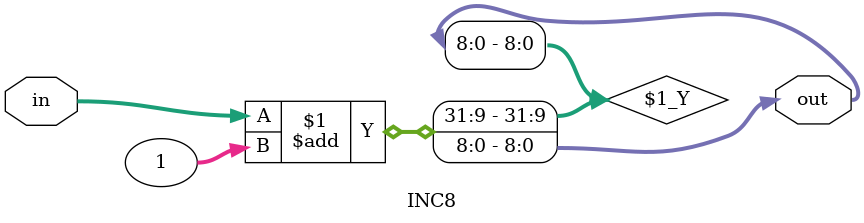
<source format=v>
module INC8 #(parameter SIZE = 8) (input [SIZE-1:0] in, output [SIZE:0] out);
assign out = in + 1;
endmodule
</source>
